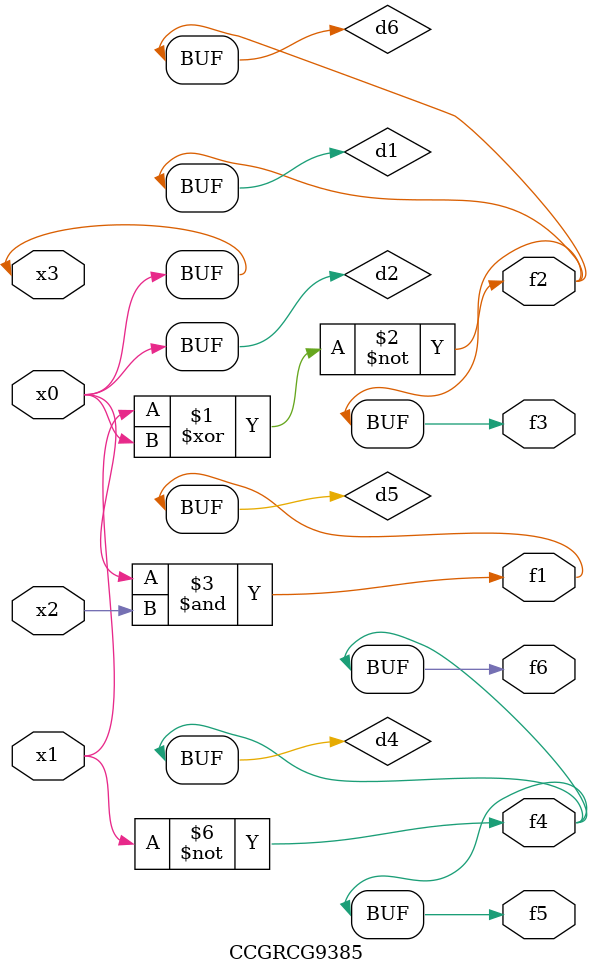
<source format=v>
module CCGRCG9385(
	input x0, x1, x2, x3,
	output f1, f2, f3, f4, f5, f6
);

	wire d1, d2, d3, d4, d5, d6;

	xnor (d1, x1, x3);
	buf (d2, x0, x3);
	nand (d3, x0, x2);
	not (d4, x1);
	nand (d5, d3);
	or (d6, d1);
	assign f1 = d5;
	assign f2 = d6;
	assign f3 = d6;
	assign f4 = d4;
	assign f5 = d4;
	assign f6 = d4;
endmodule

</source>
